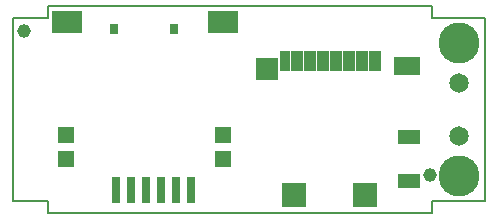
<source format=gbr>
%FSLAX25Y25*%
%MOIN*%
G04 EasyPC Gerber Version 18.0.8 Build 3632 *
%ADD155R,0.02726X0.03750*%
%ADD152R,0.03159X0.09065*%
%ADD150R,0.03553X0.06899*%
%ADD147R,0.03946X0.06899*%
%ADD153R,0.05324X0.05718*%
%ADD148R,0.07175X0.07687*%
%ADD10C,0.00500*%
%ADD111C,0.04537*%
%ADD108C,0.06518*%
%ADD146R,0.07293X0.04537*%
%ADD107C,0.13655*%
%ADD149R,0.08671X0.05915*%
%ADD154R,0.10049X0.07293*%
%ADD151R,0.08080X0.07883*%
X0Y0D02*
D02*
D10*
X166667Y14305D02*
X38814D01*
Y18242*
X27003*
Y79462*
X38814*
Y83399*
X166667*
Y79462*
X184423*
Y18242*
X166667*
Y14305*
D02*
D107*
X175761Y26805D03*
Y70899D03*
D02*
D108*
Y39946D03*
Y57757D03*
D02*
D111*
X30683Y74874D03*
X165984Y26960D03*
D02*
D146*
X159140Y24996D03*
Y39540D03*
D02*
D147*
X121856Y64815D03*
X126187D03*
X130518D03*
X134848D03*
X139179D03*
X143510D03*
X147841D03*
D02*
D148*
X111935Y62404D03*
D02*
D149*
X158510Y63319D03*
D02*
D150*
X117722Y64815D03*
D02*
D151*
X120872Y20150D03*
X144376D03*
D02*
D152*
X61506Y22020D03*
X66506D03*
X71506D03*
X76506D03*
X81506D03*
X86506D03*
D02*
D153*
X44774Y32375D03*
Y40249D03*
X96978Y32375D03*
X97057Y40249D03*
D02*
D154*
X44970Y77926D03*
X97057Y77965D03*
D02*
D155*
X60939Y75603D03*
X80939D03*
X0Y0D02*
M02*

</source>
